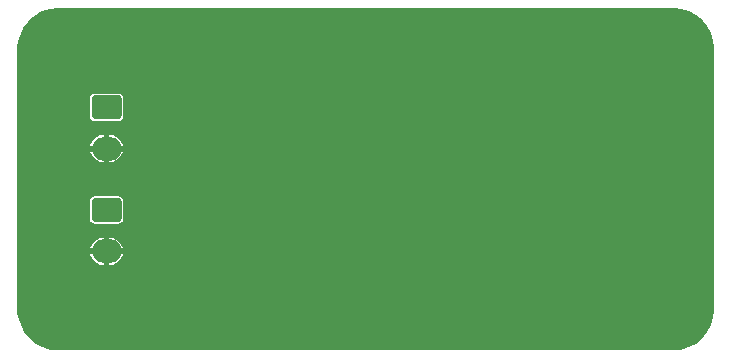
<source format=gbr>
%TF.GenerationSoftware,Altium Limited,Altium Designer,22.11.1 (43)*%
G04 Layer_Physical_Order=2*
G04 Layer_Color=16711680*
%FSLAX45Y45*%
%MOMM*%
%TF.SameCoordinates,F25CF00E-CD35-404E-9013-36C82019CF52*%
%TF.FilePolarity,Positive*%
%TF.FileFunction,Copper,L2,Bot,Signal*%
%TF.Part,Single*%
G01*
G75*
%TA.AperFunction,ComponentPad*%
G04:AMPARAMS|DCode=31|XSize=2mm|YSize=2.5mm|CornerRadius=0.25mm|HoleSize=0mm|Usage=FLASHONLY|Rotation=270.000|XOffset=0mm|YOffset=0mm|HoleType=Round|Shape=RoundedRectangle|*
%AMROUNDEDRECTD31*
21,1,2.00000,2.00000,0,0,270.0*
21,1,1.50000,2.50000,0,0,270.0*
1,1,0.50000,-1.00000,-0.75000*
1,1,0.50000,-1.00000,0.75000*
1,1,0.50000,1.00000,0.75000*
1,1,0.50000,1.00000,-0.75000*
%
%ADD31ROUNDEDRECTD31*%
%ADD32O,2.50000X2.00000*%
%ADD33C,5.50000*%
%TA.AperFunction,ViaPad*%
%ADD34C,0.65000*%
%ADD35C,0.60000*%
G36*
X5600000Y2949021D02*
X5622876D01*
X5668237Y2943049D01*
X5712430Y2931208D01*
X5754699Y2913699D01*
X5794323Y2890823D01*
X5830621Y2862970D01*
X5862971Y2830620D01*
X5890823Y2794323D01*
X5913699Y2754699D01*
X5931208Y2712430D01*
X5943049Y2668237D01*
X5949021Y2622875D01*
X5949022Y2599999D01*
X5949021Y400000D01*
Y377124D01*
X5943049Y331762D01*
X5931208Y287571D01*
X5913699Y245301D01*
X5890823Y205677D01*
X5862971Y169380D01*
X5830620Y137029D01*
X5794323Y109177D01*
X5754699Y86300D01*
X5712430Y68792D01*
X5668237Y56950D01*
X5622875Y50979D01*
X5599999Y50978D01*
X400000Y50979D01*
X377124D01*
X331762Y56950D01*
X287571Y68791D01*
X245301Y86301D01*
X205677Y109177D01*
X169380Y137029D01*
X137029Y169380D01*
X109177Y205677D01*
X86300Y245301D01*
X68792Y287570D01*
X56950Y331762D01*
X50979Y377124D01*
X50978Y400000D01*
X50979Y2600000D01*
Y2622876D01*
X56950Y2668237D01*
X68791Y2712429D01*
X86301Y2754699D01*
X109177Y2794323D01*
X137029Y2830620D01*
X169380Y2862971D01*
X205677Y2890823D01*
X245301Y2913699D01*
X287570Y2931208D01*
X331762Y2943049D01*
X377124Y2949021D01*
X400000Y2949022D01*
X5600000Y2949021D01*
D02*
G37*
%LPC*%
G36*
X905180Y2226004D02*
X705180D01*
X689573Y2222899D01*
X676342Y2214059D01*
X667501Y2200827D01*
X664396Y2185220D01*
Y2035220D01*
X667501Y2019613D01*
X676342Y2006382D01*
X689573Y1997541D01*
X705180Y1994436D01*
X905180D01*
X920787Y1997541D01*
X934018Y2006382D01*
X942859Y2019613D01*
X945964Y2035220D01*
Y2185220D01*
X942859Y2200827D01*
X934018Y2214059D01*
X920787Y2222899D01*
X905180Y2226004D01*
D02*
G37*
G36*
X830180Y1876212D02*
D01*
Y1785220D01*
X942881D01*
X942220Y1790241D01*
X930632Y1818216D01*
X912199Y1842239D01*
X888176Y1860672D01*
X860201Y1872260D01*
X830180Y1876212D01*
D02*
G37*
G36*
X780180D02*
X750159Y1872260D01*
X722184Y1860672D01*
X698161Y1842239D01*
X679728Y1818216D01*
X668140Y1790241D01*
X667479Y1785220D01*
X780180D01*
Y1876212D01*
D02*
G37*
G36*
X942881Y1735220D02*
X830180D01*
Y1644228D01*
X860201Y1648180D01*
X888176Y1659768D01*
X912199Y1678201D01*
X930632Y1702224D01*
X942220Y1730199D01*
X942881Y1735220D01*
D02*
G37*
G36*
X780180D02*
X667479D01*
X668140Y1730199D01*
X679728Y1702224D01*
X698161Y1678201D01*
X722184Y1659768D01*
X750159Y1648180D01*
X780180Y1644228D01*
D01*
Y1735220D01*
D02*
G37*
G36*
X905180Y1355304D02*
X705180D01*
X689573Y1352199D01*
X676342Y1343359D01*
X667501Y1330127D01*
X664396Y1314520D01*
Y1164520D01*
X667501Y1148913D01*
X676342Y1135681D01*
X689573Y1126841D01*
X705180Y1123736D01*
X905180D01*
X920787Y1126841D01*
X934018Y1135681D01*
X942859Y1148913D01*
X945964Y1164520D01*
Y1314520D01*
X942859Y1330127D01*
X934018Y1343359D01*
X920787Y1352199D01*
X905180Y1355304D01*
D02*
G37*
G36*
X830180Y1005512D02*
X830180D01*
Y914520D01*
X942881D01*
X942220Y919541D01*
X930632Y947516D01*
X912199Y971539D01*
X888176Y989972D01*
X860201Y1001560D01*
X830180Y1005512D01*
D02*
G37*
G36*
X780180D02*
X750159Y1001560D01*
X722184Y989972D01*
X698161Y971539D01*
X679728Y947516D01*
X668140Y919541D01*
X667479Y914520D01*
X780180D01*
Y1005512D01*
D02*
G37*
G36*
Y864520D02*
X667479D01*
X668140Y859499D01*
X679728Y831524D01*
X698161Y807501D01*
X722184Y789068D01*
X750159Y777480D01*
X780180Y773528D01*
Y864520D01*
D02*
G37*
G36*
X942881D02*
X830180D01*
Y773528D01*
X830180D01*
X860201Y777480D01*
X888176Y789068D01*
X912199Y807501D01*
X930632Y831524D01*
X942220Y859499D01*
X942881Y864520D01*
D02*
G37*
%LPD*%
D31*
X805180Y2110220D02*
D03*
Y1239520D02*
D03*
D32*
Y1760220D02*
D03*
Y889520D02*
D03*
D33*
X5650000Y350000D02*
D03*
X350000Y2650000D02*
D03*
X5650000D02*
D03*
X350000Y350000D02*
D03*
D34*
X1678940Y2214880D02*
D03*
X1798320Y1226820D02*
D03*
X1536700Y274320D02*
D03*
X1541780Y391160D02*
D03*
Y500380D02*
D03*
X5648960Y1592580D02*
D03*
X5633720Y1424940D02*
D03*
Y1257300D02*
D03*
X1259840Y1394460D02*
D03*
X1783080Y1102360D02*
D03*
X929640Y2562860D02*
D03*
Y2692400D02*
D03*
Y2816860D02*
D03*
X1069340Y784860D02*
D03*
X1381760Y1831340D02*
D03*
X1315720Y1983740D02*
D03*
D35*
X5791420Y491420D02*
D03*
X5850000Y350000D02*
D03*
X5650000Y550000D02*
D03*
X5791420Y208580D02*
D03*
X5650000Y150000D02*
D03*
X5508580Y491420D02*
D03*
X5450000Y350000D02*
D03*
X5508580Y208580D02*
D03*
X350000Y2850000D02*
D03*
X550000Y2650000D02*
D03*
X350000Y2450000D02*
D03*
X150000Y2650000D02*
D03*
X208580Y2791420D02*
D03*
X491420D02*
D03*
Y2508580D02*
D03*
X208580D02*
D03*
X5650000Y2850000D02*
D03*
X5850000Y2650000D02*
D03*
X5650000Y2450000D02*
D03*
X5450000Y2650000D02*
D03*
X5508580Y2791420D02*
D03*
X5791420D02*
D03*
Y2508580D02*
D03*
X5508580D02*
D03*
X350000Y550000D02*
D03*
X550000Y350000D02*
D03*
X350000Y150000D02*
D03*
X150000Y350000D02*
D03*
X208580Y491420D02*
D03*
X491420D02*
D03*
Y208580D02*
D03*
X208580D02*
D03*
%TF.MD5,6aa76da193ac3f563fc688d022a3388a*%
M02*

</source>
